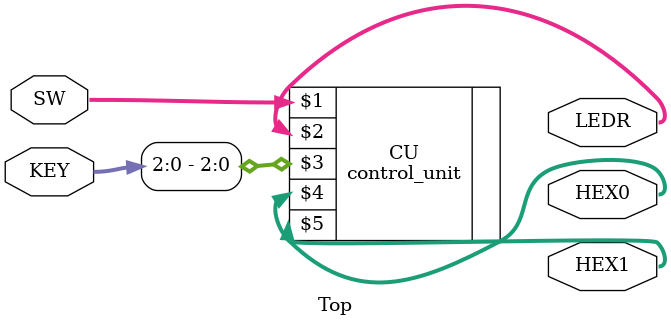
<source format=v>
module Top(SW, KEY, LEDR, HEX0, HEX1);
  input wire [9:0] SW;
  input wire [3:0] KEY;
  output wire [9:0] LEDR;
  output wire [6:0] HEX0;
  output wire [6:0] HEX1;

  control_unit CU (SW, LEDR, KEY[2:0], HEX0, HEX1);
endmodule

</source>
